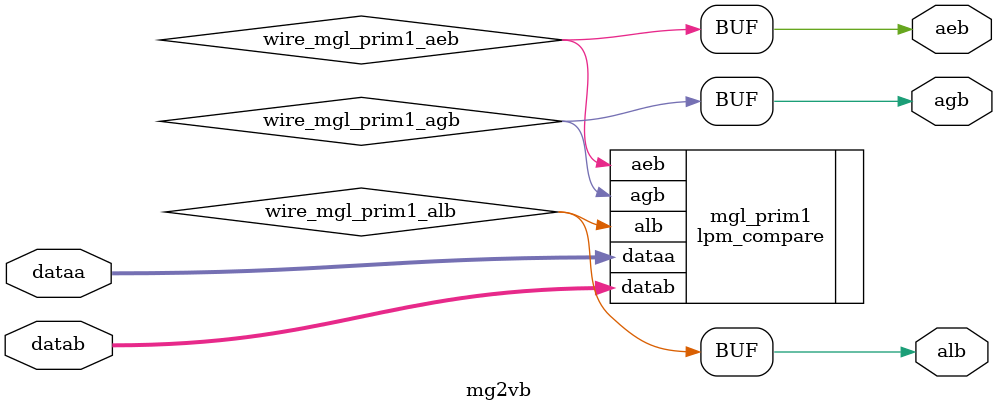
<source format=v>






//synthesis_resources = lpm_compare 1 
//synopsys translate_off
`timescale 1 ps / 1 ps
//synopsys translate_on
module  mg2vb
	( 
	aeb,
	agb,
	alb,
	dataa,
	datab) /* synthesis synthesis_clearbox=1 */;
	output   aeb;
	output   agb;
	output   alb;
	input   [7:0]  dataa;
	input   [7:0]  datab;

	wire  wire_mgl_prim1_aeb;
	wire  wire_mgl_prim1_agb;
	wire  wire_mgl_prim1_alb;

	lpm_compare   mgl_prim1
	( 
	.aeb(wire_mgl_prim1_aeb),
	.agb(wire_mgl_prim1_agb),
	.alb(wire_mgl_prim1_alb),
	.dataa(dataa),
	.datab(datab));
	defparam
		mgl_prim1.lpm_representation = "UNSIGNED",
		mgl_prim1.lpm_type = "LPM_COMPARE",
		mgl_prim1.lpm_width = 8;
	assign
		aeb = wire_mgl_prim1_aeb,
		agb = wire_mgl_prim1_agb,
		alb = wire_mgl_prim1_alb;
endmodule //mg2vb
//VALID FILE

</source>
